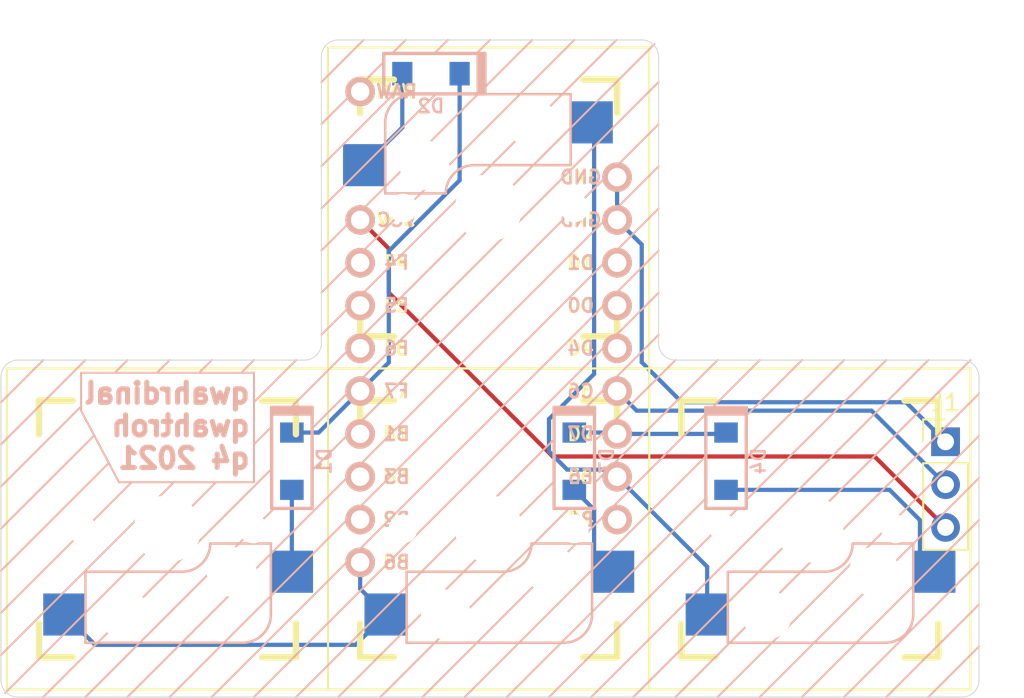
<source format=kicad_pcb>
(kicad_pcb (version 20171130) (host pcbnew "(5.1.10)-1")

  (general
    (thickness 1.6)
    (drawings 78)
    (tracks 55)
    (zones 0)
    (modules 10)
    (nets 12)
  )

  (page A4)
  (layers
    (0 F.Cu signal)
    (31 B.Cu signal)
    (32 B.Adhes user)
    (33 F.Adhes user)
    (34 B.Paste user)
    (35 F.Paste user)
    (36 B.SilkS user)
    (37 F.SilkS user)
    (38 B.Mask user)
    (39 F.Mask user)
    (40 Dwgs.User user)
    (41 Cmts.User user)
    (42 Eco1.User user)
    (43 Eco2.User user)
    (44 Edge.Cuts user)
    (45 Margin user)
    (46 B.CrtYd user)
    (47 F.CrtYd user)
    (48 B.Fab user)
    (49 F.Fab user)
  )

  (setup
    (last_trace_width 0.25)
    (trace_clearance 0.2)
    (zone_clearance 0.508)
    (zone_45_only no)
    (trace_min 0.2)
    (via_size 0.8)
    (via_drill 0.4)
    (via_min_size 0.4)
    (via_min_drill 0.3)
    (uvia_size 0.3)
    (uvia_drill 0.1)
    (uvias_allowed no)
    (uvia_min_size 0.2)
    (uvia_min_drill 0.1)
    (edge_width 0.05)
    (segment_width 0.2)
    (pcb_text_width 0.3)
    (pcb_text_size 1.5 1.5)
    (mod_edge_width 0.12)
    (mod_text_size 1 1)
    (mod_text_width 0.15)
    (pad_size 1.524 1.524)
    (pad_drill 0.762)
    (pad_to_mask_clearance 0)
    (aux_axis_origin 0 0)
    (visible_elements 7FFFFFFF)
    (pcbplotparams
      (layerselection 0x010fc_ffffffff)
      (usegerberextensions true)
      (usegerberattributes false)
      (usegerberadvancedattributes false)
      (creategerberjobfile false)
      (excludeedgelayer true)
      (linewidth 0.100000)
      (plotframeref false)
      (viasonmask false)
      (mode 1)
      (useauxorigin false)
      (hpglpennumber 1)
      (hpglpenspeed 20)
      (hpglpendiameter 15.000000)
      (psnegative false)
      (psa4output false)
      (plotreference true)
      (plotvalue false)
      (plotinvisibletext false)
      (padsonsilk false)
      (subtractmaskfromsilk true)
      (outputformat 1)
      (mirror false)
      (drillshape 0)
      (scaleselection 1)
      (outputdirectory "../qwahrrow gerber/"))
  )

  (net 0 "")
  (net 1 row1)
  (net 2 "Net-(D1-Pad2)")
  (net 3 "Net-(D2-Pad2)")
  (net 4 row2)
  (net 5 "Net-(D3-Pad2)")
  (net 6 "Net-(D4-Pad2)")
  (net 7 VCC)
  (net 8 RGB)
  (net 9 GND)
  (net 10 col1)
  (net 11 col2)

  (net_class Default "This is the default net class."
    (clearance 0.2)
    (trace_width 0.25)
    (via_dia 0.8)
    (via_drill 0.4)
    (uvia_dia 0.3)
    (uvia_drill 0.1)
    (add_net GND)
    (add_net "Net-(D1-Pad2)")
    (add_net "Net-(D2-Pad2)")
    (add_net "Net-(D3-Pad2)")
    (add_net "Net-(D4-Pad2)")
    (add_net RGB)
    (add_net VCC)
    (add_net col1)
    (add_net col2)
    (add_net row1)
    (add_net row2)
  )

  (module Keebio-Parts:ArduinoProMicro_hotswap_socket_clear (layer B.Cu) (tedit 61C12FBC) (tstamp 61C18551)
    (at 219.42 137.53125 270)
    (path /61C1AB51)
    (fp_text reference U1 (at 0 -1.625 90) (layer B.SilkS) hide
      (effects (font (size 1.27 1.524) (thickness 0.2032)) (justify mirror))
    )
    (fp_text value ProMicro_hotswap_socket_clearing (at 0 0 90) (layer B.SilkS) hide
      (effects (font (size 1.27 1.524) (thickness 0.2032)) (justify mirror))
    )
    (fp_line (start -14.224 3.556) (end -14.224 -3.81) (layer Dwgs.User) (width 0.2))
    (fp_line (start -14.224 -3.81) (end -19.304 -3.81) (layer Dwgs.User) (width 0.2))
    (fp_line (start -19.304 -3.81) (end -19.304 3.556) (layer Dwgs.User) (width 0.2))
    (fp_line (start -19.304 3.556) (end -14.224 3.556) (layer Dwgs.User) (width 0.2))
    (fp_text user D0 (at -1.27 -5.461 180) (layer F.SilkS)
      (effects (font (size 0.8 0.8) (thickness 0.15)))
    )
    (fp_text user D1 (at -3.81 -5.461 180) (layer F.SilkS)
      (effects (font (size 0.8 0.8) (thickness 0.15)))
    )
    (fp_text user GND (at -6.35 -5.461 180) (layer F.SilkS)
      (effects (font (size 0.8 0.8) (thickness 0.15)))
    )
    (fp_text user GND (at -8.89 -5.461 180) (layer F.SilkS)
      (effects (font (size 0.8 0.8) (thickness 0.15)))
    )
    (fp_text user D4 (at 1.27 -5.461 180) (layer F.SilkS)
      (effects (font (size 0.8 0.8) (thickness 0.15)))
    )
    (fp_text user C6 (at 3.81 -5.461 180) (layer F.SilkS)
      (effects (font (size 0.8 0.8) (thickness 0.15)))
    )
    (fp_text user D7 (at 6.35 -5.461 180) (layer F.SilkS)
      (effects (font (size 0.8 0.8) (thickness 0.15)))
    )
    (fp_text user E6 (at 8.89 -5.461 180) (layer F.SilkS)
      (effects (font (size 0.8 0.8) (thickness 0.15)))
    )
    (fp_text user B4 (at 11.43 -5.461 180) (layer F.SilkS)
      (effects (font (size 0.8 0.8) (thickness 0.15)))
    )
    (fp_text user B6 (at 13.97 5.461 180) (layer F.SilkS)
      (effects (font (size 0.8 0.8) (thickness 0.15)))
    )
    (fp_text user B2 (at 11.43 5.461 180) (layer B.SilkS)
      (effects (font (size 0.8 0.8) (thickness 0.15)) (justify mirror))
    )
    (fp_text user B3 (at 8.89 5.461 180) (layer F.SilkS)
      (effects (font (size 0.8 0.8) (thickness 0.15)))
    )
    (fp_text user B1 (at 6.35 5.461 180) (layer F.SilkS)
      (effects (font (size 0.8 0.8) (thickness 0.15)))
    )
    (fp_text user F7 (at 3.81 5.461 180) (layer B.SilkS)
      (effects (font (size 0.8 0.8) (thickness 0.15)) (justify mirror))
    )
    (fp_text user F6 (at 1.27 5.461 180) (layer B.SilkS)
      (effects (font (size 0.8 0.8) (thickness 0.15)) (justify mirror))
    )
    (fp_text user F5 (at -1.27 5.461 180) (layer B.SilkS)
      (effects (font (size 0.8 0.8) (thickness 0.15)) (justify mirror))
    )
    (fp_text user F4 (at -3.81 5.461 180) (layer F.SilkS)
      (effects (font (size 0.8 0.8) (thickness 0.15)))
    )
    (fp_text user VCC (at -6.35 5.461 180) (layer F.SilkS)
      (effects (font (size 0.8 0.8) (thickness 0.15)))
    )
    (fp_text user RAW (at -13.97 5.461 180) (layer F.SilkS)
      (effects (font (size 0.8 0.8) (thickness 0.15)))
    )
    (fp_text user RAW (at -13.97 5.461 180) (layer B.SilkS)
      (effects (font (size 0.8 0.8) (thickness 0.15)) (justify mirror))
    )
    (fp_text user VCC (at -6.35 5.461 180) (layer B.SilkS)
      (effects (font (size 0.8 0.8) (thickness 0.15)) (justify mirror))
    )
    (fp_text user F4 (at -3.81 5.461 180) (layer B.SilkS)
      (effects (font (size 0.8 0.8) (thickness 0.15)) (justify mirror))
    )
    (fp_text user F5 (at -1.27 5.461 180) (layer F.SilkS)
      (effects (font (size 0.8 0.8) (thickness 0.15)))
    )
    (fp_text user F6 (at 1.27 5.461 180) (layer F.SilkS)
      (effects (font (size 0.8 0.8) (thickness 0.15)))
    )
    (fp_text user F7 (at 3.81 5.461 180) (layer F.SilkS)
      (effects (font (size 0.8 0.8) (thickness 0.15)))
    )
    (fp_text user B1 (at 6.35 5.461 180) (layer B.SilkS)
      (effects (font (size 0.8 0.8) (thickness 0.15)) (justify mirror))
    )
    (fp_text user B3 (at 8.89 5.461 180) (layer B.SilkS)
      (effects (font (size 0.8 0.8) (thickness 0.15)) (justify mirror))
    )
    (fp_text user B2 (at 11.43 5.461 180) (layer F.SilkS)
      (effects (font (size 0.8 0.8) (thickness 0.15)))
    )
    (fp_text user B6 (at 13.97 5.461 180) (layer B.SilkS)
      (effects (font (size 0.8 0.8) (thickness 0.15)) (justify mirror))
    )
    (fp_text user B4 (at 11.43 -5.461 180) (layer B.SilkS)
      (effects (font (size 0.8 0.8) (thickness 0.15)) (justify mirror))
    )
    (fp_text user E6 (at 8.89 -5.461 180) (layer B.SilkS)
      (effects (font (size 0.8 0.8) (thickness 0.15)) (justify mirror))
    )
    (fp_text user D7 (at 6.35 -5.461 180) (layer B.SilkS)
      (effects (font (size 0.8 0.8) (thickness 0.15)) (justify mirror))
    )
    (fp_text user C6 (at 3.81 -5.461 180) (layer B.SilkS)
      (effects (font (size 0.8 0.8) (thickness 0.15)) (justify mirror))
    )
    (fp_text user D4 (at 1.27 -5.461 180) (layer B.SilkS)
      (effects (font (size 0.8 0.8) (thickness 0.15)) (justify mirror))
    )
    (fp_text user GND (at -8.89 -5.461 180) (layer B.SilkS)
      (effects (font (size 0.8 0.8) (thickness 0.15)) (justify mirror))
    )
    (fp_text user GND (at -6.35 -5.461 180) (layer B.SilkS)
      (effects (font (size 0.8 0.8) (thickness 0.15)) (justify mirror))
    )
    (fp_text user D1 (at -3.81 -5.461 180) (layer B.SilkS)
      (effects (font (size 0.8 0.8) (thickness 0.15)) (justify mirror))
    )
    (fp_text user D0 (at -1.27 -5.461 180) (layer B.SilkS)
      (effects (font (size 0.8 0.8) (thickness 0.15)) (justify mirror))
    )
    (pad 3 thru_hole circle (at -8.89 -7.62 270) (size 1.7526 1.7526) (drill 1.0922) (layers *.Cu *.SilkS *.Mask)
      (net 9 GND))
    (pad 4 thru_hole circle (at -6.35 -7.62 270) (size 1.7526 1.7526) (drill 1.0922) (layers *.Cu *.SilkS *.Mask)
      (net 9 GND))
    (pad 5 thru_hole circle (at -3.81 -7.62 270) (size 1.7526 1.7526) (drill 1.0922) (layers *.Cu *.SilkS *.Mask))
    (pad 6 thru_hole circle (at -1.27 -7.62 270) (size 1.7526 1.7526) (drill 1.0922) (layers *.Cu *.SilkS *.Mask))
    (pad 7 thru_hole circle (at 1.27 -7.62 270) (size 1.7526 1.7526) (drill 1.0922) (layers *.Cu *.SilkS *.Mask))
    (pad 8 thru_hole circle (at 3.81 -7.62 270) (size 1.7526 1.7526) (drill 1.0922) (layers *.Cu *.SilkS *.Mask)
      (net 8 RGB))
    (pad 9 thru_hole circle (at 6.35 -7.62 270) (size 1.7526 1.7526) (drill 1.0922) (layers *.Cu *.SilkS *.Mask)
      (net 4 row2))
    (pad 10 thru_hole circle (at 8.89 -7.62 270) (size 1.7526 1.7526) (drill 1.0922) (layers *.Cu *.SilkS *.Mask)
      (net 11 col2))
    (pad 11 thru_hole circle (at 11.43 -7.62 270) (size 1.7526 1.7526) (drill 1.0922) (layers *.Cu *.SilkS *.Mask))
    (pad 13 thru_hole circle (at 13.97 7.62 270) (size 1.7526 1.7526) (drill 1.0922) (layers *.Cu *.SilkS *.Mask)
      (net 10 col1))
    (pad 14 thru_hole circle (at 11.43 7.62 270) (size 1.7526 1.7526) (drill 1.0922) (layers *.Cu *.SilkS *.Mask))
    (pad 15 thru_hole circle (at 8.89 7.62 270) (size 1.7526 1.7526) (drill 1.0922) (layers *.Cu *.SilkS *.Mask))
    (pad 16 thru_hole circle (at 6.35 7.62 270) (size 1.7526 1.7526) (drill 1.0922) (layers *.Cu *.SilkS *.Mask))
    (pad 17 thru_hole circle (at 3.81 7.62 270) (size 1.7526 1.7526) (drill 1.0922) (layers *.Cu *.SilkS *.Mask)
      (net 1 row1))
    (pad 18 thru_hole circle (at 1.27 7.62 270) (size 1.7526 1.7526) (drill 1.0922) (layers *.Cu *.SilkS *.Mask))
    (pad 19 thru_hole circle (at -1.27 7.62 270) (size 1.7526 1.7526) (drill 1.0922) (layers *.Cu *.SilkS *.Mask))
    (pad 20 thru_hole circle (at -3.81 7.62 270) (size 1.7526 1.7526) (drill 1.0922) (layers *.Cu *.SilkS *.Mask))
    (pad 21 thru_hole circle (at -6.35 7.62 270) (size 1.7526 1.7526) (drill 1.0922) (layers *.Cu *.SilkS *.Mask)
      (net 7 VCC))
    (pad 24 thru_hole circle (at -13.97 7.62 270) (size 1.7526 1.7526) (drill 1.0922) (layers *.Cu *.SilkS *.Mask))
    (model /Users/danny/Documents/proj/custom-keyboard/kicad-libs/3d_models/ArduinoProMicro.wrl
      (offset (xyz -13.96999979019165 -7.619999885559082 -5.841999912261963))
      (scale (xyz 0.395 0.395 0.395))
      (rotate (xyz 90 180 180))
    )
  )

  (module keyboard_parts:Kailh_MX_Socket (layer F.Cu) (tedit 6171E7F8) (tstamp 61C1797F)
    (at 238.47 149.52)
    (path /61C1529A)
    (fp_text reference SW4 (at -6.35 -3.81) (layer Dwgs.User) hide
      (effects (font (size 1.524 1.524) (thickness 0.3048)))
    )
    (fp_text value SW_PUSH (at -6.35 -6.35) (layer Dwgs.User) hide
      (effects (font (size 1.524 1.524) (thickness 0.3048)))
    )
    (fp_line (start -9.525 -9.525) (end -9.525 9.525) (layer F.SilkS) (width 0.12))
    (fp_line (start 9.525 -9.525) (end -9.525 -9.525) (layer F.SilkS) (width 0.12))
    (fp_line (start 9.525 9.525) (end 9.525 -9.525) (layer F.SilkS) (width 0.12))
    (fp_line (start -9.525 9.525) (end 9.525 9.525) (layer F.SilkS) (width 0.12))
    (fp_line (start -7.62 5.62) (end -7.62 7.62) (layer F.SilkS) (width 0.381))
    (fp_line (start -7.62 -7.62) (end -5.62 -7.62) (layer F.SilkS) (width 0.381))
    (fp_line (start 7.62 7.62) (end 7.62 5.62) (layer F.SilkS) (width 0.381))
    (fp_line (start -7.62 7.62) (end -5.62 7.62) (layer F.SilkS) (width 0.381))
    (fp_line (start 6.135 0.865) (end 2.54 0.865) (layer B.SilkS) (width 0.15))
    (fp_line (start 6.135 5.08) (end 6.135 0.865) (layer B.SilkS) (width 0.15))
    (fp_line (start -4.865 6.75) (end -4.865 2.54) (layer B.SilkS) (width 0.15))
    (fp_line (start 4.46 6.755) (end -4.865 6.755) (layer B.SilkS) (width 0.15))
    (fp_line (start 0.865 2.54) (end -4.865 2.54) (layer B.SilkS) (width 0.15))
    (fp_line (start 5.62 -7.62) (end 7.62 -7.62) (layer F.SilkS) (width 0.381))
    (fp_line (start 7.62 -5.62) (end 7.62 -7.62) (layer F.SilkS) (width 0.381))
    (fp_line (start 5.62 7.62) (end 7.62 7.62) (layer F.SilkS) (width 0.381))
    (fp_line (start -7.62 -5.62) (end -7.62 -7.62) (layer F.SilkS) (width 0.381))
    (fp_arc (start 0.865 0.865) (end 0.865 2.54) (angle -90) (layer B.SilkS) (width 0.15))
    (fp_arc (start 4.46 5.08) (end 4.46 6.755) (angle -90) (layer B.SilkS) (width 0.15))
    (pad 1 smd rect (at 7.36 2.54) (size 2.55 2.5) (layers B.Cu B.Paste B.Mask)
      (net 6 "Net-(D4-Pad2)"))
    (pad "" np_thru_hole circle (at 0 0) (size 3.98018 3.98018) (drill 3.98018) (layers *.Cu *.Mask))
    (pad "" np_thru_hole circle (at -2.54 5.08) (size 2.95 2.95) (drill 2.95) (layers *.Cu *.Mask))
    (pad "" np_thru_hole circle (at 3.81 2.54) (size 2.95 2.95) (drill 2.95) (layers *.Cu *.Mask))
    (pad 2 smd rect (at -6.09 5.08) (size 2.55 2.5) (layers B.Cu B.Paste B.Mask)
      (net 11 col2))
    (pad "" np_thru_hole circle (at -5.08 0) (size 1.7 1.7) (drill 1.7) (layers *.Cu *.Mask))
    (pad "" np_thru_hole circle (at 5.08 0) (size 1.7 1.7) (drill 1.7) (layers *.Cu *.Mask))
    (model /Users/cole/git/keyboard_parts.pretty/PG151101S11.step
      (offset (xyz -4.65 6.8 1.8))
      (scale (xyz 1 1 1))
      (rotate (xyz 180 0 0))
    )
  )

  (module keyboard_parts:Kailh_MX_Socket (layer F.Cu) (tedit 6171E7F8) (tstamp 61C17961)
    (at 219.42 149.52)
    (path /61C161CE)
    (fp_text reference SW3 (at -6.35 -3.81) (layer Dwgs.User) hide
      (effects (font (size 1.524 1.524) (thickness 0.3048)))
    )
    (fp_text value SW_PUSH (at -6.35 -6.35) (layer Dwgs.User) hide
      (effects (font (size 1.524 1.524) (thickness 0.3048)))
    )
    (fp_line (start -9.525 -9.525) (end -9.525 9.525) (layer F.SilkS) (width 0.12))
    (fp_line (start 9.525 -9.525) (end -9.525 -9.525) (layer F.SilkS) (width 0.12))
    (fp_line (start 9.525 9.525) (end 9.525 -9.525) (layer F.SilkS) (width 0.12))
    (fp_line (start -9.525 9.525) (end 9.525 9.525) (layer F.SilkS) (width 0.12))
    (fp_line (start -7.62 5.62) (end -7.62 7.62) (layer F.SilkS) (width 0.381))
    (fp_line (start -7.62 -7.62) (end -5.62 -7.62) (layer F.SilkS) (width 0.381))
    (fp_line (start 7.62 7.62) (end 7.62 5.62) (layer F.SilkS) (width 0.381))
    (fp_line (start -7.62 7.62) (end -5.62 7.62) (layer F.SilkS) (width 0.381))
    (fp_line (start 6.135 0.865) (end 2.54 0.865) (layer B.SilkS) (width 0.15))
    (fp_line (start 6.135 5.08) (end 6.135 0.865) (layer B.SilkS) (width 0.15))
    (fp_line (start -4.865 6.75) (end -4.865 2.54) (layer B.SilkS) (width 0.15))
    (fp_line (start 4.46 6.755) (end -4.865 6.755) (layer B.SilkS) (width 0.15))
    (fp_line (start 0.865 2.54) (end -4.865 2.54) (layer B.SilkS) (width 0.15))
    (fp_line (start 5.62 -7.62) (end 7.62 -7.62) (layer F.SilkS) (width 0.381))
    (fp_line (start 7.62 -5.62) (end 7.62 -7.62) (layer F.SilkS) (width 0.381))
    (fp_line (start 5.62 7.62) (end 7.62 7.62) (layer F.SilkS) (width 0.381))
    (fp_line (start -7.62 -5.62) (end -7.62 -7.62) (layer F.SilkS) (width 0.381))
    (fp_arc (start 0.865 0.865) (end 0.865 2.54) (angle -90) (layer B.SilkS) (width 0.15))
    (fp_arc (start 4.46 5.08) (end 4.46 6.755) (angle -90) (layer B.SilkS) (width 0.15))
    (pad 1 smd rect (at 7.36 2.54) (size 2.55 2.5) (layers B.Cu B.Paste B.Mask)
      (net 5 "Net-(D3-Pad2)"))
    (pad "" np_thru_hole circle (at 0 0) (size 3.98018 3.98018) (drill 3.98018) (layers *.Cu *.Mask))
    (pad "" np_thru_hole circle (at -2.54 5.08) (size 2.95 2.95) (drill 2.95) (layers *.Cu *.Mask))
    (pad "" np_thru_hole circle (at 3.81 2.54) (size 2.95 2.95) (drill 2.95) (layers *.Cu *.Mask))
    (pad 2 smd rect (at -6.09 5.08) (size 2.55 2.5) (layers B.Cu B.Paste B.Mask)
      (net 10 col1))
    (pad "" np_thru_hole circle (at -5.08 0) (size 1.7 1.7) (drill 1.7) (layers *.Cu *.Mask))
    (pad "" np_thru_hole circle (at 5.08 0) (size 1.7 1.7) (drill 1.7) (layers *.Cu *.Mask))
    (model /Users/cole/git/keyboard_parts.pretty/PG151101S11.step
      (offset (xyz -4.65 6.8 1.8))
      (scale (xyz 1 1 1))
      (rotate (xyz 180 0 0))
    )
  )

  (module keyboard_parts:Kailh_MX_Socket (layer F.Cu) (tedit 6171E7F8) (tstamp 61C17943)
    (at 219.42 130.47 180)
    (path /61C1119D)
    (fp_text reference SW2 (at -6.35 -3.81) (layer Dwgs.User) hide
      (effects (font (size 1.524 1.524) (thickness 0.3048)))
    )
    (fp_text value SW_PUSH (at -6.35 -6.35) (layer Dwgs.User) hide
      (effects (font (size 1.524 1.524) (thickness 0.3048)))
    )
    (fp_line (start -9.525 -9.525) (end -9.525 9.525) (layer F.SilkS) (width 0.12))
    (fp_line (start 9.525 -9.525) (end -9.525 -9.525) (layer F.SilkS) (width 0.12))
    (fp_line (start 9.525 9.525) (end 9.525 -9.525) (layer F.SilkS) (width 0.12))
    (fp_line (start -9.525 9.525) (end 9.525 9.525) (layer F.SilkS) (width 0.12))
    (fp_line (start -7.62 5.62) (end -7.62 7.62) (layer F.SilkS) (width 0.381))
    (fp_line (start -7.62 -7.62) (end -5.62 -7.62) (layer F.SilkS) (width 0.381))
    (fp_line (start 7.62 7.62) (end 7.62 5.62) (layer F.SilkS) (width 0.381))
    (fp_line (start -7.62 7.62) (end -5.62 7.62) (layer F.SilkS) (width 0.381))
    (fp_line (start 6.135 0.865) (end 2.54 0.865) (layer B.SilkS) (width 0.15))
    (fp_line (start 6.135 5.08) (end 6.135 0.865) (layer B.SilkS) (width 0.15))
    (fp_line (start -4.865 6.75) (end -4.865 2.54) (layer B.SilkS) (width 0.15))
    (fp_line (start 4.46 6.755) (end -4.865 6.755) (layer B.SilkS) (width 0.15))
    (fp_line (start 0.865 2.54) (end -4.865 2.54) (layer B.SilkS) (width 0.15))
    (fp_line (start 5.62 -7.62) (end 7.62 -7.62) (layer F.SilkS) (width 0.381))
    (fp_line (start 7.62 -5.62) (end 7.62 -7.62) (layer F.SilkS) (width 0.381))
    (fp_line (start 5.62 7.62) (end 7.62 7.62) (layer F.SilkS) (width 0.381))
    (fp_line (start -7.62 -5.62) (end -7.62 -7.62) (layer F.SilkS) (width 0.381))
    (fp_arc (start 0.865 0.865) (end 0.865 2.54) (angle -90) (layer B.SilkS) (width 0.15))
    (fp_arc (start 4.46 5.08) (end 4.46 6.755) (angle -90) (layer B.SilkS) (width 0.15))
    (pad 1 smd rect (at 7.36 2.54 180) (size 2.55 2.5) (layers B.Cu B.Paste B.Mask)
      (net 3 "Net-(D2-Pad2)"))
    (pad "" np_thru_hole circle (at 0 0 180) (size 3.98018 3.98018) (drill 3.98018) (layers *.Cu *.Mask))
    (pad "" np_thru_hole circle (at -2.54 5.08 180) (size 2.95 2.95) (drill 2.95) (layers *.Cu *.Mask))
    (pad "" np_thru_hole circle (at 3.81 2.54 180) (size 2.95 2.95) (drill 2.95) (layers *.Cu *.Mask))
    (pad 2 smd rect (at -6.09 5.08 180) (size 2.55 2.5) (layers B.Cu B.Paste B.Mask)
      (net 11 col2))
    (pad "" np_thru_hole circle (at -5.08 0 180) (size 1.7 1.7) (drill 1.7) (layers *.Cu *.Mask))
    (pad "" np_thru_hole circle (at 5.08 0 180) (size 1.7 1.7) (drill 1.7) (layers *.Cu *.Mask))
    (model /Users/cole/git/keyboard_parts.pretty/PG151101S11.step
      (offset (xyz -4.65 6.8 1.8))
      (scale (xyz 1 1 1))
      (rotate (xyz 180 0 0))
    )
  )

  (module keyboard_parts:Kailh_MX_Socket (layer F.Cu) (tedit 6171E7F8) (tstamp 61C17925)
    (at 200.37 149.52)
    (path /61C15C7C)
    (fp_text reference SW1 (at -6.35 -3.81) (layer Dwgs.User) hide
      (effects (font (size 1.524 1.524) (thickness 0.3048)))
    )
    (fp_text value SW_PUSH (at -6.35 -6.35) (layer Dwgs.User) hide
      (effects (font (size 1.524 1.524) (thickness 0.3048)))
    )
    (fp_line (start -9.525 -9.525) (end -9.525 9.525) (layer F.SilkS) (width 0.12))
    (fp_line (start 9.525 -9.525) (end -9.525 -9.525) (layer F.SilkS) (width 0.12))
    (fp_line (start 9.525 9.525) (end 9.525 -9.525) (layer F.SilkS) (width 0.12))
    (fp_line (start -9.525 9.525) (end 9.525 9.525) (layer F.SilkS) (width 0.12))
    (fp_line (start -7.62 5.62) (end -7.62 7.62) (layer F.SilkS) (width 0.381))
    (fp_line (start -7.62 -7.62) (end -5.62 -7.62) (layer F.SilkS) (width 0.381))
    (fp_line (start 7.62 7.62) (end 7.62 5.62) (layer F.SilkS) (width 0.381))
    (fp_line (start -7.62 7.62) (end -5.62 7.62) (layer F.SilkS) (width 0.381))
    (fp_line (start 6.135 0.865) (end 2.54 0.865) (layer B.SilkS) (width 0.15))
    (fp_line (start 6.135 5.08) (end 6.135 0.865) (layer B.SilkS) (width 0.15))
    (fp_line (start -4.865 6.75) (end -4.865 2.54) (layer B.SilkS) (width 0.15))
    (fp_line (start 4.46 6.755) (end -4.865 6.755) (layer B.SilkS) (width 0.15))
    (fp_line (start 0.865 2.54) (end -4.865 2.54) (layer B.SilkS) (width 0.15))
    (fp_line (start 5.62 -7.62) (end 7.62 -7.62) (layer F.SilkS) (width 0.381))
    (fp_line (start 7.62 -5.62) (end 7.62 -7.62) (layer F.SilkS) (width 0.381))
    (fp_line (start 5.62 7.62) (end 7.62 7.62) (layer F.SilkS) (width 0.381))
    (fp_line (start -7.62 -5.62) (end -7.62 -7.62) (layer F.SilkS) (width 0.381))
    (fp_arc (start 0.865 0.865) (end 0.865 2.54) (angle -90) (layer B.SilkS) (width 0.15))
    (fp_arc (start 4.46 5.08) (end 4.46 6.755) (angle -90) (layer B.SilkS) (width 0.15))
    (pad 1 smd rect (at 7.36 2.54) (size 2.55 2.5) (layers B.Cu B.Paste B.Mask)
      (net 2 "Net-(D1-Pad2)"))
    (pad "" np_thru_hole circle (at 0 0) (size 3.98018 3.98018) (drill 3.98018) (layers *.Cu *.Mask))
    (pad "" np_thru_hole circle (at -2.54 5.08) (size 2.95 2.95) (drill 2.95) (layers *.Cu *.Mask))
    (pad "" np_thru_hole circle (at 3.81 2.54) (size 2.95 2.95) (drill 2.95) (layers *.Cu *.Mask))
    (pad 2 smd rect (at -6.09 5.08) (size 2.55 2.5) (layers B.Cu B.Paste B.Mask)
      (net 10 col1))
    (pad "" np_thru_hole circle (at -5.08 0) (size 1.7 1.7) (drill 1.7) (layers *.Cu *.Mask))
    (pad "" np_thru_hole circle (at 5.08 0) (size 1.7 1.7) (drill 1.7) (layers *.Cu *.Mask))
    (model /Users/cole/git/keyboard_parts.pretty/PG151101S11.step
      (offset (xyz -4.65 6.8 1.8))
      (scale (xyz 1 1 1))
      (rotate (xyz 180 0 0))
    )
  )

  (module Connector_PinHeader_2.54mm:PinHeader_1x03_P2.54mm_Vertical (layer F.Cu) (tedit 59FED5CC) (tstamp 61C17907)
    (at 246.52 144.35)
    (descr "Through hole straight pin header, 1x03, 2.54mm pitch, single row")
    (tags "Through hole pin header THT 1x03 2.54mm single row")
    (path /61C1E45B)
    (fp_text reference J1 (at 0 -2.33) (layer F.SilkS)
      (effects (font (size 1 1) (thickness 0.15)))
    )
    (fp_text value Conn_01x03 (at 0 7.41) (layer F.Fab)
      (effects (font (size 1 1) (thickness 0.15)))
    )
    (fp_line (start -0.635 -1.27) (end 1.27 -1.27) (layer F.Fab) (width 0.1))
    (fp_line (start 1.27 -1.27) (end 1.27 6.35) (layer F.Fab) (width 0.1))
    (fp_line (start 1.27 6.35) (end -1.27 6.35) (layer F.Fab) (width 0.1))
    (fp_line (start -1.27 6.35) (end -1.27 -0.635) (layer F.Fab) (width 0.1))
    (fp_line (start -1.27 -0.635) (end -0.635 -1.27) (layer F.Fab) (width 0.1))
    (fp_line (start -1.33 6.41) (end 1.33 6.41) (layer F.SilkS) (width 0.12))
    (fp_line (start -1.33 1.27) (end -1.33 6.41) (layer F.SilkS) (width 0.12))
    (fp_line (start 1.33 1.27) (end 1.33 6.41) (layer F.SilkS) (width 0.12))
    (fp_line (start -1.33 1.27) (end 1.33 1.27) (layer F.SilkS) (width 0.12))
    (fp_line (start -1.33 0) (end -1.33 -1.33) (layer F.SilkS) (width 0.12))
    (fp_line (start -1.33 -1.33) (end 0 -1.33) (layer F.SilkS) (width 0.12))
    (fp_line (start -1.8 -1.8) (end -1.8 6.85) (layer F.CrtYd) (width 0.05))
    (fp_line (start -1.8 6.85) (end 1.8 6.85) (layer F.CrtYd) (width 0.05))
    (fp_line (start 1.8 6.85) (end 1.8 -1.8) (layer F.CrtYd) (width 0.05))
    (fp_line (start 1.8 -1.8) (end -1.8 -1.8) (layer F.CrtYd) (width 0.05))
    (fp_text user %R (at 0 2.54 90) (layer F.Fab)
      (effects (font (size 1 1) (thickness 0.15)))
    )
    (pad 3 thru_hole oval (at 0 5.08) (size 1.7 1.7) (drill 1) (layers *.Cu *.Mask)
      (net 7 VCC))
    (pad 2 thru_hole oval (at 0 2.54) (size 1.7 1.7) (drill 1) (layers *.Cu *.Mask)
      (net 8 RGB))
    (pad 1 thru_hole rect (at 0 0) (size 1.7 1.7) (drill 1) (layers *.Cu *.Mask)
      (net 9 GND))
    (model ${KISYS3DMOD}/Connector_PinHeader_2.54mm.3dshapes/PinHeader_1x03_P2.54mm_Vertical.wrl
      (at (xyz 0 0 0))
      (scale (xyz 1 1 1))
      (rotate (xyz 0 0 0))
    )
  )

  (module keyboard_parts:D_SOD123 (layer B.Cu) (tedit 561B69D3) (tstamp 61C178F0)
    (at 233.5 145.5 270)
    (path /61C152A0)
    (attr smd)
    (fp_text reference D4 (at 0 -1.925 90) (layer B.SilkS)
      (effects (font (size 0.8 0.8) (thickness 0.15)) (justify mirror))
    )
    (fp_text value D (at 0 1.925 90) (layer B.SilkS) hide
      (effects (font (size 0.8 0.8) (thickness 0.15)) (justify mirror))
    )
    (fp_line (start -3.075 -1.2) (end -3.075 1.2) (layer B.SilkS) (width 0.2))
    (fp_line (start -2.8 1.2) (end -2.8 -1.2) (layer B.SilkS) (width 0.2))
    (fp_line (start -2.925 1.2) (end -2.925 -1.2) (layer B.SilkS) (width 0.2))
    (fp_line (start -3.2 1.2) (end 2.8 1.2) (layer B.SilkS) (width 0.2))
    (fp_line (start 2.8 1.2) (end 2.8 -1.2) (layer B.SilkS) (width 0.2))
    (fp_line (start 2.8 -1.2) (end -3.2 -1.2) (layer B.SilkS) (width 0.2))
    (fp_line (start -3.2 -1.2) (end -3.2 1.2) (layer B.SilkS) (width 0.2))
    (pad 1 smd rect (at -1.7 0 270) (size 1.2 1.4) (layers B.Cu B.Paste B.Mask)
      (net 4 row2))
    (pad 2 smd rect (at 1.7 0 270) (size 1.2 1.4) (layers B.Cu B.Paste B.Mask)
      (net 6 "Net-(D4-Pad2)"))
  )

  (module keyboard_parts:D_SOD123 (layer B.Cu) (tedit 561B69D3) (tstamp 61C178E3)
    (at 224.5 145.5 270)
    (path /61C161D4)
    (attr smd)
    (fp_text reference D3 (at 0 -1.925 90) (layer B.SilkS)
      (effects (font (size 0.8 0.8) (thickness 0.15)) (justify mirror))
    )
    (fp_text value D (at 0 1.925 90) (layer B.SilkS) hide
      (effects (font (size 0.8 0.8) (thickness 0.15)) (justify mirror))
    )
    (fp_line (start -3.075 -1.2) (end -3.075 1.2) (layer B.SilkS) (width 0.2))
    (fp_line (start -2.8 1.2) (end -2.8 -1.2) (layer B.SilkS) (width 0.2))
    (fp_line (start -2.925 1.2) (end -2.925 -1.2) (layer B.SilkS) (width 0.2))
    (fp_line (start -3.2 1.2) (end 2.8 1.2) (layer B.SilkS) (width 0.2))
    (fp_line (start 2.8 1.2) (end 2.8 -1.2) (layer B.SilkS) (width 0.2))
    (fp_line (start 2.8 -1.2) (end -3.2 -1.2) (layer B.SilkS) (width 0.2))
    (fp_line (start -3.2 -1.2) (end -3.2 1.2) (layer B.SilkS) (width 0.2))
    (pad 1 smd rect (at -1.7 0 270) (size 1.2 1.4) (layers B.Cu B.Paste B.Mask)
      (net 4 row2))
    (pad 2 smd rect (at 1.7 0 270) (size 1.2 1.4) (layers B.Cu B.Paste B.Mask)
      (net 5 "Net-(D3-Pad2)"))
  )

  (module keyboard_parts:D_SOD123 (layer B.Cu) (tedit 561B69D3) (tstamp 61C178D6)
    (at 216 122.5 180)
    (path /61C119EA)
    (attr smd)
    (fp_text reference D2 (at 0 -1.925) (layer B.SilkS)
      (effects (font (size 0.8 0.8) (thickness 0.15)) (justify mirror))
    )
    (fp_text value D (at 0 1.925) (layer B.SilkS) hide
      (effects (font (size 0.8 0.8) (thickness 0.15)) (justify mirror))
    )
    (fp_line (start -3.075 -1.2) (end -3.075 1.2) (layer B.SilkS) (width 0.2))
    (fp_line (start -2.8 1.2) (end -2.8 -1.2) (layer B.SilkS) (width 0.2))
    (fp_line (start -2.925 1.2) (end -2.925 -1.2) (layer B.SilkS) (width 0.2))
    (fp_line (start -3.2 1.2) (end 2.8 1.2) (layer B.SilkS) (width 0.2))
    (fp_line (start 2.8 1.2) (end 2.8 -1.2) (layer B.SilkS) (width 0.2))
    (fp_line (start 2.8 -1.2) (end -3.2 -1.2) (layer B.SilkS) (width 0.2))
    (fp_line (start -3.2 -1.2) (end -3.2 1.2) (layer B.SilkS) (width 0.2))
    (pad 1 smd rect (at -1.7 0 180) (size 1.2 1.4) (layers B.Cu B.Paste B.Mask)
      (net 1 row1))
    (pad 2 smd rect (at 1.7 0 180) (size 1.2 1.4) (layers B.Cu B.Paste B.Mask)
      (net 3 "Net-(D2-Pad2)"))
  )

  (module keyboard_parts:D_SOD123 (layer B.Cu) (tedit 561B69D3) (tstamp 61C178C9)
    (at 207.75 145.5 270)
    (path /61C15C82)
    (attr smd)
    (fp_text reference D1 (at 0 -1.925 270) (layer B.SilkS)
      (effects (font (size 0.8 0.8) (thickness 0.15)) (justify mirror))
    )
    (fp_text value D (at 0 1.925 270) (layer B.SilkS) hide
      (effects (font (size 0.8 0.8) (thickness 0.15)) (justify mirror))
    )
    (fp_line (start -3.075 -1.2) (end -3.075 1.2) (layer B.SilkS) (width 0.2))
    (fp_line (start -2.8 1.2) (end -2.8 -1.2) (layer B.SilkS) (width 0.2))
    (fp_line (start -2.925 1.2) (end -2.925 -1.2) (layer B.SilkS) (width 0.2))
    (fp_line (start -3.2 1.2) (end 2.8 1.2) (layer B.SilkS) (width 0.2))
    (fp_line (start 2.8 1.2) (end 2.8 -1.2) (layer B.SilkS) (width 0.2))
    (fp_line (start 2.8 -1.2) (end -3.2 -1.2) (layer B.SilkS) (width 0.2))
    (fp_line (start -3.2 -1.2) (end -3.2 1.2) (layer B.SilkS) (width 0.2))
    (pad 1 smd rect (at -1.7 0 270) (size 1.2 1.4) (layers B.Cu B.Paste B.Mask)
      (net 1 row1))
    (pad 2 smd rect (at 1.7 0 270) (size 1.2 1.4) (layers B.Cu B.Paste B.Mask)
      (net 2 "Net-(D1-Pad2)"))
  )

  (gr_line (start 229.5 125.5) (end 209 146) (layer B.SilkS) (width 0.12) (tstamp 61C1E245))
  (gr_text "qwahrdinal\nqwahtroh\nq4 2021" (at 205.4 143.4) (layer B.SilkS)
    (effects (font (size 1.2 1.2) (thickness 0.3)) (justify left mirror))
  )
  (gr_line (start 195.25 142.5) (end 197.5 146.75) (layer B.SilkS) (width 0.12) (tstamp 61C1DEF1))
  (gr_line (start 198.25 146.75) (end 197.5 146.75) (layer B.SilkS) (width 0.12))
  (gr_line (start 198.25 146.75) (end 205.5 146.75) (layer B.SilkS) (width 0.12) (tstamp 61C1D8EB))
  (gr_line (start 195.25 140.25) (end 195.25 142.5) (layer B.SilkS) (width 0.12) (tstamp 61C1D8E9))
  (gr_line (start 205.5 140.25) (end 195.25 140.25) (layer B.SilkS) (width 0.12))
  (gr_line (start 205.5 146.75) (end 205.5 140.25) (layer B.SilkS) (width 0.12))
  (gr_line (start 209 143.5) (end 229.5 123) (layer B.SilkS) (width 0.12) (tstamp 61C1D89B))
  (gr_line (start 205.5 144.5) (end 206.5 143.5) (layer B.SilkS) (width 0.12) (tstamp 61C1D859))
  (gr_line (start 223 159.5) (end 234.25 148.25) (layer B.SilkS) (width 0.12) (tstamp 61C1D859))
  (gr_line (start 220.5 159.5) (end 232.25 147.75) (layer B.SilkS) (width 0.12) (tstamp 61C1D859))
  (gr_line (start 234.75 142.75) (end 238 139.5) (layer B.SilkS) (width 0.12) (tstamp 61C1D859))
  (gr_line (start 213 159.5) (end 224.25 148.25) (layer B.SilkS) (width 0.12) (tstamp 61C1D859))
  (gr_line (start 210.5 159.5) (end 223.25 146.75) (layer B.SilkS) (width 0.12) (tstamp 61C1D859))
  (gr_line (start 208 159.5) (end 223.25 144.25) (layer B.SilkS) (width 0.12) (tstamp 61C1D859))
  (gr_line (start 213.25 121.75) (end 209.5 125.5) (layer B.SilkS) (width 0.12) (tstamp 61C1D692))
  (gr_line (start 219.5 120.5) (end 218.75 121.25) (layer B.SilkS) (width 0.12) (tstamp 61C1D570))
  (gr_line (start 209.5 128) (end 213.75 123.75) (layer B.SilkS) (width 0.12) (tstamp 61C1D30B))
  (gr_line (start 205.5 142) (end 208 139.5) (layer B.SilkS) (width 0.12) (tstamp 61C1D232))
  (gr_line (start 204.75 140.25) (end 205.5 139.5) (layer B.SilkS) (width 0.12) (tstamp 61C1D232))
  (gr_line (start 203 139.5) (end 202.25 140.25) (layer B.SilkS) (width 0.12) (tstamp 61C1D1E2))
  (gr_line (start 200.5 139.5) (end 199.75 140.25) (layer B.SilkS) (width 0.12) (tstamp 61C1D1E2))
  (gr_line (start 198 139.5) (end 197.25 140.25) (layer B.SilkS) (width 0.12) (tstamp 61C1D1E2))
  (gr_line (start 229.25 120.75) (end 207.5 142.5) (layer B.SilkS) (width 0.12) (tstamp 61C1D1D3))
  (gr_line (start 190.5 142) (end 193 139.5) (layer B.SilkS) (width 0.12))
  (gr_line (start 195.5 139.5) (end 190.5 144.5) (layer B.SilkS) (width 0.12))
  (gr_line (start 190.5 147) (end 195.25 142.25) (layer B.SilkS) (width 0.12))
  (gr_line (start 196 144) (end 190.5 149.5) (layer B.SilkS) (width 0.12))
  (gr_line (start 190.5 152) (end 196.9 145.6) (layer B.SilkS) (width 0.12))
  (gr_line (start 198.25 146.75) (end 190.5 154.5) (layer B.SilkS) (width 0.12))
  (gr_line (start 190.5 157) (end 200.75 146.75) (layer B.SilkS) (width 0.12))
  (gr_line (start 209.5 123) (end 212 120.5) (layer B.SilkS) (width 0.12) (tstamp 61C1C350))
  (gr_line (start 216.25 121.25) (end 217 120.5) (layer B.SilkS) (width 0.12) (tstamp 61C1C34E))
  (gr_line (start 214.5 120.5) (end 213.75 121.25) (layer B.SilkS) (width 0.12) (tstamp 61C1C34D))
  (gr_line (start 209.5 138) (end 227 120.5) (layer B.SilkS) (width 0.12) (tstamp 61C1C350))
  (gr_line (start 216.25 123.75) (end 209.5 130.5) (layer B.SilkS) (width 0.12) (tstamp 61C1C34F))
  (gr_line (start 193 159.5) (end 206.5 146) (layer B.SilkS) (width 0.12) (tstamp 61C1C34E))
  (gr_line (start 203.25 146.75) (end 190.75 159.25) (layer B.SilkS) (width 0.12) (tstamp 61C1C34D))
  (gr_line (start 224.5 120.5) (end 209.5 135.5) (layer B.SilkS) (width 0.12) (tstamp 61C1C34C))
  (gr_line (start 209.5 133) (end 222 120.5) (layer B.SilkS) (width 0.12) (tstamp 61C1C34B))
  (gr_line (start 203 159.5) (end 229.5 133) (layer B.SilkS) (width 0.12) (tstamp 61C1C350))
  (gr_line (start 206.75 148.25) (end 195.5 159.5) (layer B.SilkS) (width 0.12) (tstamp 61C1C34F))
  (gr_line (start 225 142.5) (end 229.5 138) (layer B.SilkS) (width 0.12) (tstamp 61C1C34E))
  (gr_line (start 229.5 135.5) (end 205.5 159.5) (layer B.SilkS) (width 0.12) (tstamp 61C1C34D))
  (gr_line (start 229.5 130.5) (end 200.5 159.5) (layer B.SilkS) (width 0.12) (tstamp 61C1C34C))
  (gr_line (start 198 159.5) (end 229.5 128) (layer B.SilkS) (width 0.12) (tstamp 61C1C34B))
  (gr_line (start 218 159.5) (end 232.25 145.25) (layer B.SilkS) (width 0.12) (tstamp 61C1C350))
  (gr_line (start 230.5 139.5) (end 225.75 144.25) (layer B.SilkS) (width 0.12) (tstamp 61C1C34F))
  (gr_line (start 234.75 147.75) (end 243 139.5) (layer B.SilkS) (width 0.12) (tstamp 61C1C34E))
  (gr_line (start 240.5 139.5) (end 234.75 145.25) (layer B.SilkS) (width 0.12) (tstamp 61C1C34D))
  (gr_line (start 235.5 139.5) (end 215.5 159.5) (layer B.SilkS) (width 0.12) (tstamp 61C1C34C))
  (gr_line (start 225.75 146.75) (end 233 139.5) (layer B.SilkS) (width 0.12) (tstamp 61C1C34B))
  (gr_line (start 233 159.5) (end 248.5 144) (layer B.SilkS) (width 0.12) (tstamp 61C1C350))
  (gr_line (start 245.5 139.5) (end 225.5 159.5) (layer B.SilkS) (width 0.12) (tstamp 61C1C34F))
  (gr_line (start 238 159.5) (end 248.5 149) (layer B.SilkS) (width 0.12) (tstamp 61C1C34E))
  (gr_line (start 248.5 146.5) (end 235.5 159.5) (layer B.SilkS) (width 0.12) (tstamp 61C1C34D))
  (gr_line (start 248.5 141.5) (end 230.5 159.5) (layer B.SilkS) (width 0.12) (tstamp 61C1C34C))
  (gr_line (start 228 159.5) (end 248 139.5) (layer B.SilkS) (width 0.12) (tstamp 61C1C34B))
  (gr_line (start 248.5 151.5) (end 240.5 159.5) (layer B.SilkS) (width 0.12))
  (gr_line (start 243 159.5) (end 248.5 154) (layer B.SilkS) (width 0.12))
  (gr_line (start 248.5 156.5) (end 245.5 159.5) (layer B.SilkS) (width 0.12))
  (gr_arc (start 228.5 121.5) (end 229.5 121.5) (angle -90) (layer Edge.Cuts) (width 0.05))
  (gr_arc (start 210.5 121.5) (end 210.5 120.5) (angle -90) (layer Edge.Cuts) (width 0.05))
  (gr_arc (start 191.5 158.5) (end 190.5 158.5) (angle -90) (layer Edge.Cuts) (width 0.05))
  (gr_arc (start 191.5 140.5) (end 191.5 139.5) (angle -90) (layer Edge.Cuts) (width 0.05))
  (gr_arc (start 208.5 138.5) (end 208.5 139.5) (angle -90) (layer Edge.Cuts) (width 0.05))
  (gr_arc (start 230.5 138.5) (end 229.5 138.5) (angle -90) (layer Edge.Cuts) (width 0.05))
  (gr_arc (start 247.5 158.5) (end 247.5 159.5) (angle -90) (layer Edge.Cuts) (width 0.05))
  (gr_arc (start 247.5 140.5) (end 248.5 140.5) (angle -90) (layer Edge.Cuts) (width 0.05))
  (gr_line (start 228.5 120.5) (end 210.5 120.5) (layer Edge.Cuts) (width 0.05) (tstamp 61C19717))
  (gr_line (start 229.5 138.5) (end 229.5 121.5) (layer Edge.Cuts) (width 0.05))
  (gr_line (start 247.5 139.5) (end 230.5 139.5) (layer Edge.Cuts) (width 0.05))
  (gr_line (start 248.5 158.5) (end 248.5 140.5) (layer Edge.Cuts) (width 0.05))
  (gr_line (start 191.5 159.5) (end 247.5 159.5) (layer Edge.Cuts) (width 0.05))
  (gr_line (start 190.5 140.5) (end 190.5 158.5) (layer Edge.Cuts) (width 0.05))
  (gr_line (start 208.5 139.5) (end 191.5 139.5) (layer Edge.Cuts) (width 0.05))
  (gr_line (start 209.5 121.5) (end 209.5 138.5) (layer Edge.Cuts) (width 0.05))

  (segment (start 207.83125 143.88125) (end 207.75 143.8) (width 0.25) (layer B.Cu) (net 1))
  (segment (start 209.34125 143.8) (end 211.8 141.34125) (width 0.25) (layer B.Cu) (net 1))
  (segment (start 207.75 143.8) (end 209.34125 143.8) (width 0.25) (layer B.Cu) (net 1))
  (segment (start 217.7 128.825) (end 217.7 122.5) (width 0.25) (layer B.Cu) (net 1))
  (segment (start 213.5 133.025) (end 217.7 128.825) (width 0.25) (layer B.Cu) (net 1))
  (segment (start 213.5 139.64125) (end 213.5 133.025) (width 0.25) (layer B.Cu) (net 1))
  (segment (start 211.8 141.34125) (end 213.5 139.64125) (width 0.25) (layer B.Cu) (net 1))
  (segment (start 207.75 152.04) (end 207.73 152.06) (width 0.25) (layer B.Cu) (net 2))
  (segment (start 207.75 147.2) (end 207.75 152.04) (width 0.25) (layer B.Cu) (net 2))
  (segment (start 214.3 125.69) (end 212.06 127.93) (width 0.25) (layer B.Cu) (net 3))
  (segment (start 214.3 122.5) (end 214.3 125.69) (width 0.25) (layer B.Cu) (net 3))
  (segment (start 226.95875 143.8) (end 227.04 143.88125) (width 0.25) (layer B.Cu) (net 4))
  (segment (start 224.5 143.8) (end 226.95875 143.8) (width 0.25) (layer B.Cu) (net 4))
  (segment (start 233.41875 143.88125) (end 233.5 143.8) (width 0.25) (layer B.Cu) (net 4))
  (segment (start 227.04 143.88125) (end 233.41875 143.88125) (width 0.25) (layer B.Cu) (net 4))
  (segment (start 225.675001 150.955001) (end 226.78 152.06) (width 0.25) (layer B.Cu) (net 5))
  (segment (start 225.675001 148.375001) (end 225.675001 150.955001) (width 0.25) (layer B.Cu) (net 5))
  (segment (start 224.5 147.2) (end 225.675001 148.375001) (width 0.25) (layer B.Cu) (net 5))
  (segment (start 245 151.23) (end 245.83 152.06) (width 0.25) (layer B.Cu) (net 6))
  (segment (start 245 149) (end 245 151.23) (width 0.25) (layer B.Cu) (net 6))
  (segment (start 243.2 147.2) (end 245 149) (width 0.25) (layer B.Cu) (net 6))
  (segment (start 233.5 147.2) (end 243.2 147.2) (width 0.25) (layer B.Cu) (net 6))
  (segment (start 213.5 132.88125) (end 211.8 131.18125) (width 0.25) (layer F.Cu) (net 7))
  (segment (start 213.5 135.5) (end 213.5 132.88125) (width 0.25) (layer F.Cu) (net 7))
  (segment (start 223.219949 145.219949) (end 213.5 135.5) (width 0.25) (layer F.Cu) (net 7))
  (segment (start 242.309949 145.219949) (end 223.219949 145.219949) (width 0.25) (layer F.Cu) (net 7))
  (segment (start 246.52 149.43) (end 242.309949 145.219949) (width 0.25) (layer F.Cu) (net 7))
  (segment (start 227.04 141.34125) (end 227.690625 141.34125) (width 0.25) (layer B.Cu) (net 8))
  (segment (start 228.19875 142.5) (end 242.13 142.5) (width 0.25) (layer B.Cu) (net 8))
  (segment (start 242.13 142.5) (end 246.52 146.89) (width 0.25) (layer B.Cu) (net 8))
  (segment (start 227.04 141.34125) (end 228.19875 142.5) (width 0.25) (layer B.Cu) (net 8))
  (segment (start 227.04 128.64125) (end 227.04 131.18125) (width 0.25) (layer B.Cu) (net 9))
  (segment (start 227.18125 131.18125) (end 227.04 131.18125) (width 0.25) (layer B.Cu) (net 9))
  (segment (start 244.17 142) (end 246.52 144.35) (width 0.25) (layer B.Cu) (net 9))
  (segment (start 230.87516 142) (end 244.17 142) (width 0.25) (layer B.Cu) (net 9))
  (segment (start 228.5 139.62484) (end 230.87516 142) (width 0.25) (layer B.Cu) (net 9))
  (segment (start 228.5 132.64125) (end 228.5 139.62484) (width 0.25) (layer B.Cu) (net 9))
  (segment (start 227.04 131.18125) (end 228.5 132.64125) (width 0.25) (layer B.Cu) (net 9))
  (segment (start 211.529999 156.400001) (end 213.33 154.6) (width 0.25) (layer B.Cu) (net 10))
  (segment (start 196.080001 156.400001) (end 211.529999 156.400001) (width 0.25) (layer B.Cu) (net 10))
  (segment (start 194.28 154.6) (end 196.080001 156.400001) (width 0.25) (layer B.Cu) (net 10))
  (segment (start 211.8 153.07) (end 213.33 154.6) (width 0.25) (layer B.Cu) (net 10))
  (segment (start 211.8 151.50125) (end 211.8 153.07) (width 0.25) (layer B.Cu) (net 10))
  (segment (start 232.38 154.5) (end 232.38 154.6) (width 0.25) (layer B.Cu) (net 11))
  (segment (start 225.5 125.4) (end 225.51 125.39) (width 0.25) (layer B.Cu) (net 11))
  (segment (start 225.5 125.5) (end 225.5 125.4) (width 0.25) (layer B.Cu) (net 11))
  (segment (start 225.675001 125.675001) (end 225.5 125.5) (width 0.25) (layer B.Cu) (net 11))
  (segment (start 225.675001 140.324999) (end 225.675001 125.675001) (width 0.25) (layer B.Cu) (net 11))
  (segment (start 223 143) (end 225.675001 140.324999) (width 0.25) (layer B.Cu) (net 11))
  (segment (start 223 144.92125) (end 223 143) (width 0.25) (layer B.Cu) (net 11))
  (segment (start 224.07875 146) (end 223 144.92125) (width 0.25) (layer B.Cu) (net 11))
  (segment (start 226.61875 146) (end 224.07875 146) (width 0.25) (layer B.Cu) (net 11))
  (segment (start 227.04 146.42125) (end 226.61875 146) (width 0.25) (layer B.Cu) (net 11))
  (segment (start 232.38 151.76125) (end 232.38 154.6) (width 0.25) (layer B.Cu) (net 11))
  (segment (start 227.04 146.42125) (end 232.38 151.76125) (width 0.25) (layer B.Cu) (net 11))

)

</source>
